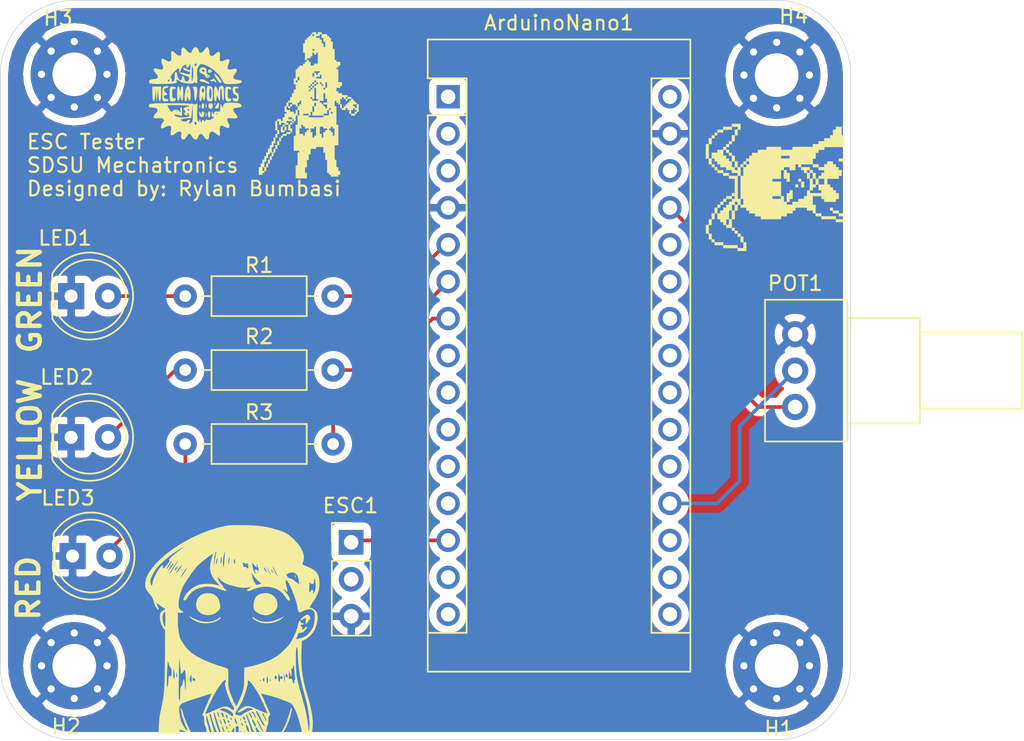
<source format=kicad_pcb>
(kicad_pcb (version 20171130) (host pcbnew "(5.1.10)-1")
  (title_block (title "ESC Tester") (company "SDSU Mechatronics"))
  (layers (0 F.Cu signal) (31 B.Cu signal) (34 B.Paste user) (35 F.Paste user) (36 B.SilkS user) (37 F.SilkS user) (38 B.Mask user) (39 F.Mask user) (44 Edge.Cuts user))
  (net 0 "")
  (net 1 GND)
  (net 2 "Net-(LED1-Pad2)")
  (net 3 "Net-(LED2-Pad2)")
  (net 4 "Net-(LED3-Pad2)")
  (net 5 /A0)
  (net 6 /5V)
  (net 7 /D2)
  (net 8 /D3)
  (net 9 /D4)
  (net 10 "/D10(PWM)")
  (module Jpeg:logo6'' (layer F.Cu) (at 125.3236 83.4136)
    (fp_text reference G*** hide)
    (fp_text value LOGO hide)
  )
  (module Jpeg:logo5 (layer F.Cu) (at 117.5512 82.55)
    (fp_text reference G*** hide)
    (fp_text value LOGO hide)
  )
  (module Jpeg:logo2 (layer F.Cu) (at 157.3784 89.0524 90)
    (fp_text reference G*** hide)
    (fp_text value LOGO hide)
  )
  (module Jpeg:Rylan_logo2 (layer F.Cu) (at 120.65 118.364)
    (fp_text reference G*** hide)
    (fp_text value LOGO hide)
  )
  (module MountingHole:MountingHole_3mm_Pad_Via (layer F.Cu) (at 157.48 81.337)
    (fp_text reference H4 (at 1.1684 -4.0702) (layer F.SilkS))
    (fp_text value MountingHole_Pad)
    (pad 1 thru_hole circle (at 1.59099 -1.59099) (size 0.8 0.8) (drill 0.5) (layers *.Cu *.Mask) (net 1 GND))
    (pad 1 thru_hole circle (at 0 -2.25) (size 0.8 0.8) (drill 0.5) (layers *.Cu *.Mask) (net 1 GND))
    (pad 1 thru_hole circle (at -1.59099 -1.59099) (size 0.8 0.8) (drill 0.5) (layers *.Cu *.Mask) (net 1 GND))
    (pad 1 thru_hole circle (at -2.25 0) (size 0.8 0.8) (drill 0.5) (layers *.Cu *.Mask) (net 1 GND))
    (pad 1 thru_hole circle (at -1.59099 1.59099) (size 0.8 0.8) (drill 0.5) (layers *.Cu *.Mask) (net 1 GND))
    (pad 1 thru_hole circle (at 0 2.25) (size 0.8 0.8) (drill 0.5) (layers *.Cu *.Mask) (net 1 GND))
    (pad 1 thru_hole circle (at 1.59099 1.59099) (size 0.8 0.8) (drill 0.5) (layers *.Cu *.Mask) (net 1 GND))
    (pad 1 thru_hole circle (at 2.25 0) (size 0.8 0.8) (drill 0.5) (layers *.Cu *.Mask) (net 1 GND))
    (pad 1 thru_hole circle (at 0 0) (size 6 6) (drill 3) (layers *.Cu *.Mask) (net 1 GND))
  )
  (module MountingHole:MountingHole_3mm_Pad_Via (layer F.Cu) (at 109.22 81.28)
    (fp_text reference H3 (at -1.1176 -3.8608) (layer F.SilkS))
    (fp_text value MountingHole_Pad)
    (pad 1 thru_hole circle (at 1.59099 -1.59099) (size 0.8 0.8) (drill 0.5) (layers *.Cu *.Mask) (net 1 GND))
    (pad 1 thru_hole circle (at 0 -2.25) (size 0.8 0.8) (drill 0.5) (layers *.Cu *.Mask) (net 1 GND))
    (pad 1 thru_hole circle (at -1.59099 -1.59099) (size 0.8 0.8) (drill 0.5) (layers *.Cu *.Mask) (net 1 GND))
    (pad 1 thru_hole circle (at -2.25 0) (size 0.8 0.8) (drill 0.5) (layers *.Cu *.Mask) (net 1 GND))
    (pad 1 thru_hole circle (at -1.59099 1.59099) (size 0.8 0.8) (drill 0.5) (layers *.Cu *.Mask) (net 1 GND))
    (pad 1 thru_hole circle (at 0 2.25) (size 0.8 0.8) (drill 0.5) (layers *.Cu *.Mask) (net 1 GND))
    (pad 1 thru_hole circle (at 1.59099 1.59099) (size 0.8 0.8) (drill 0.5) (layers *.Cu *.Mask) (net 1 GND))
    (pad 1 thru_hole circle (at 2.25 0) (size 0.8 0.8) (drill 0.5) (layers *.Cu *.Mask) (net 1 GND))
    (pad 1 thru_hole circle (at 0 0) (size 6 6) (drill 3) (layers *.Cu *.Mask) (net 1 GND))
  )
  (module MountingHole:MountingHole_3mm_Pad_Via (layer F.Cu) (at 109.22 121.92)
    (fp_text reference H2 (at -0.5588 4.1656) (layer F.SilkS))
    (fp_text value MountingHole_Pad)
    (pad 1 thru_hole circle (at 1.59099 -1.59099) (size 0.8 0.8) (drill 0.5) (layers *.Cu *.Mask) (net 1 GND))
    (pad 1 thru_hole circle (at 0 -2.25) (size 0.8 0.8) (drill 0.5) (layers *.Cu *.Mask) (net 1 GND))
    (pad 1 thru_hole circle (at -1.59099 -1.59099) (size 0.8 0.8) (drill 0.5) (layers *.Cu *.Mask) (net 1 GND))
    (pad 1 thru_hole circle (at -2.25 0) (size 0.8 0.8) (drill 0.5) (layers *.Cu *.Mask) (net 1 GND))
    (pad 1 thru_hole circle (at -1.59099 1.59099) (size 0.8 0.8) (drill 0.5) (layers *.Cu *.Mask) (net 1 GND))
    (pad 1 thru_hole circle (at 0 2.25) (size 0.8 0.8) (drill 0.5) (layers *.Cu *.Mask) (net 1 GND))
    (pad 1 thru_hole circle (at 1.59099 1.59099) (size 0.8 0.8) (drill 0.5) (layers *.Cu *.Mask) (net 1 GND))
    (pad 1 thru_hole circle (at 2.25 0) (size 0.8 0.8) (drill 0.5) (layers *.Cu *.Mask) (net 1 GND))
    (pad 1 thru_hole circle (at 0 0) (size 6 6) (drill 3) (layers *.Cu *.Mask) (net 1 GND))
  )
  (module MountingHole:MountingHole_3mm_Pad_Via (layer F.Cu) (at 157.48 121.92)
    (fp_text reference H1 (at 0.1524 4.318) (layer F.SilkS))
    (fp_text value MountingHole_Pad)
    (pad 1 thru_hole circle (at 1.59099 -1.59099) (size 0.8 0.8) (drill 0.5) (layers *.Cu *.Mask) (net 1 GND))
    (pad 1 thru_hole circle (at 0 -2.25) (size 0.8 0.8) (drill 0.5) (layers *.Cu *.Mask) (net 1 GND))
    (pad 1 thru_hole circle (at -1.59099 -1.59099) (size 0.8 0.8) (drill 0.5) (layers *.Cu *.Mask) (net 1 GND))
    (pad 1 thru_hole circle (at -2.25 0) (size 0.8 0.8) (drill 0.5) (layers *.Cu *.Mask) (net 1 GND))
    (pad 1 thru_hole circle (at -1.59099 1.59099) (size 0.8 0.8) (drill 0.5) (layers *.Cu *.Mask) (net 1 GND))
    (pad 1 thru_hole circle (at 0 2.25) (size 0.8 0.8) (drill 0.5) (layers *.Cu *.Mask) (net 1 GND))
    (pad 1 thru_hole circle (at 1.59099 1.59099) (size 0.8 0.8) (drill 0.5) (layers *.Cu *.Mask) (net 1 GND))
    (pad 1 thru_hole circle (at 2.25 0) (size 0.8 0.8) (drill 0.5) (layers *.Cu *.Mask) (net 1 GND))
    (pad 1 thru_hole circle (at 0 0) (size 6 6) (drill 3) (layers *.Cu *.Mask) (net 1 GND))
  )
  (module Resistor_THT:R_Axial_DIN0207_L6.3mm_D2.5mm_P10.16mm_Horizontal (layer F.Cu) (at 127 106.68 180)
    (fp_text reference R3 (at 5.08 2.18) (layer F.SilkS))
    (fp_text value "200 Ω")
    (pad 2 thru_hole oval (at 10.16 0 180) (size 1.6 1.6) (drill 0.8) (layers *.Cu *.Mask) (net 4 "Net-(LED3-Pad2)"))
    (pad 1 thru_hole circle (at 0 0 180) (size 1.6 1.6) (drill 0.8) (layers *.Cu *.Mask) (net 9 /D4))
  )
  (module Resistor_THT:R_Axial_DIN0207_L6.3mm_D2.5mm_P10.16mm_Horizontal (layer F.Cu) (at 127 101.6 180)
    (fp_text reference R2 (at 5.08 2.3) (layer F.SilkS))
    (fp_text value "200 Ω")
    (pad 2 thru_hole oval (at 10.16 0 180) (size 1.6 1.6) (drill 0.8) (layers *.Cu *.Mask) (net 3 "Net-(LED2-Pad2)"))
    (pad 1 thru_hole circle (at 0 0 180) (size 1.6 1.6) (drill 0.8) (layers *.Cu *.Mask) (net 8 /D3))
  )
  (module Resistor_THT:R_Axial_DIN0207_L6.3mm_D2.5mm_P10.16mm_Horizontal (layer F.Cu) (at 127 96.52 180)
    (fp_text reference R1 (at 5.08 2.12) (layer F.SilkS))
    (fp_text value "200 Ω")
    (pad 2 thru_hole oval (at 10.16 0 180) (size 1.6 1.6) (drill 0.8) (layers *.Cu *.Mask) (net 2 "Net-(LED1-Pad2)"))
    (pad 1 thru_hole circle (at 0 0 180) (size 1.6 1.6) (drill 0.8) (layers *.Cu *.Mask) (net 7 /D2))
  )
  (module LED_THT:LED_D5.0mm (layer F.Cu) (at 109.1 114.38)
    (fp_text reference LED3 (at -0.315 -3.989 180) (layer F.SilkS))
    (fp_text value RED)
    (pad 2 thru_hole circle (at 2.54 0) (size 1.8 1.8) (drill 0.9) (layers *.Cu *.Mask) (net 4 "Net-(LED3-Pad2)"))
    (pad 1 thru_hole rect (at 0 0) (size 1.8 1.8) (drill 0.9) (layers *.Cu *.Mask) (net 1 GND))
  )
  (module LED_THT:LED_D5.0mm (layer F.Cu) (at 109 106.22)
    (fp_text reference LED2 (at -0.288 -4.1374 180) (layer F.SilkS))
    (fp_text value YELLOW)
    (pad 2 thru_hole circle (at 2.54 0) (size 1.8 1.8) (drill 0.9) (layers *.Cu *.Mask) (net 3 "Net-(LED2-Pad2)"))
    (pad 1 thru_hole rect (at 0 0) (size 1.8 1.8) (drill 0.9) (layers *.Cu *.Mask) (net 1 GND))
  )
  (module LED_THT:LED_D5.0mm (layer F.Cu) (at 109 96.52)
    (fp_text reference LED1 (at -0.415 -3.9878 180) (layer F.SilkS))
    (fp_text value GREEN)
    (pad 2 thru_hole circle (at 2.54 0) (size 1.8 1.8) (drill 0.9) (layers *.Cu *.Mask) (net 2 "Net-(LED1-Pad2)"))
    (pad 1 thru_hole rect (at 0 0) (size 1.8 1.8) (drill 0.9) (layers *.Cu *.Mask) (net 1 GND))
  )
  (module Module:Arduino_Nano (layer F.Cu) (at 134.905001 82.825001)
    (fp_text reference ArduinoNano1 (at 7.62 -5.08) (layer F.SilkS))
    (fp_text value Arduino_Nano_v3.x)
    (pad 16 thru_hole oval (at 15.24 35.56) (size 1.6 1.6) (drill 1) (layers *.Cu *.Mask))
    (pad 15 thru_hole oval (at 0 35.56) (size 1.6 1.6) (drill 1) (layers *.Cu *.Mask))
    (pad 30 thru_hole oval (at 15.24 0) (size 1.6 1.6) (drill 1) (layers *.Cu *.Mask))
    (pad 14 thru_hole oval (at 0 33.02) (size 1.6 1.6) (drill 1) (layers *.Cu *.Mask))
    (pad 29 thru_hole oval (at 15.24 2.54) (size 1.6 1.6) (drill 1) (layers *.Cu *.Mask) (net 1 GND))
    (pad 13 thru_hole oval (at 0 30.48) (size 1.6 1.6) (drill 1) (layers *.Cu *.Mask) (net 10 "/D10(PWM)"))
    (pad 28 thru_hole oval (at 15.24 5.08) (size 1.6 1.6) (drill 1) (layers *.Cu *.Mask))
    (pad 12 thru_hole oval (at 0 27.94) (size 1.6 1.6) (drill 1) (layers *.Cu *.Mask))
    (pad 27 thru_hole oval (at 15.24 7.62) (size 1.6 1.6) (drill 1) (layers *.Cu *.Mask) (net 6 /5V))
    (pad 11 thru_hole oval (at 0 25.4) (size 1.6 1.6) (drill 1) (layers *.Cu *.Mask))
    (pad 26 thru_hole oval (at 15.24 10.16) (size 1.6 1.6) (drill 1) (layers *.Cu *.Mask))
    (pad 10 thru_hole oval (at 0 22.86) (size 1.6 1.6) (drill 1) (layers *.Cu *.Mask))
    (pad 25 thru_hole oval (at 15.24 12.7) (size 1.6 1.6) (drill 1) (layers *.Cu *.Mask))
    (pad 9 thru_hole oval (at 0 20.32) (size 1.6 1.6) (drill 1) (layers *.Cu *.Mask))
    (pad 24 thru_hole oval (at 15.24 15.24) (size 1.6 1.6) (drill 1) (layers *.Cu *.Mask))
    (pad 8 thru_hole oval (at 0 17.78) (size 1.6 1.6) (drill 1) (layers *.Cu *.Mask))
    (pad 23 thru_hole oval (at 15.24 17.78) (size 1.6 1.6) (drill 1) (layers *.Cu *.Mask))
    (pad 7 thru_hole oval (at 0 15.24) (size 1.6 1.6) (drill 1) (layers *.Cu *.Mask) (net 9 /D4))
    (pad 22 thru_hole oval (at 15.24 20.32) (size 1.6 1.6) (drill 1) (layers *.Cu *.Mask))
    (pad 6 thru_hole oval (at 0 12.7) (size 1.6 1.6) (drill 1) (layers *.Cu *.Mask) (net 8 /D3))
    (pad 21 thru_hole oval (at 15.24 22.86) (size 1.6 1.6) (drill 1) (layers *.Cu *.Mask))
    (pad 5 thru_hole oval (at 0 10.16) (size 1.6 1.6) (drill 1) (layers *.Cu *.Mask) (net 7 /D2))
    (pad 20 thru_hole oval (at 15.24 25.4) (size 1.6 1.6) (drill 1) (layers *.Cu *.Mask))
    (pad 4 thru_hole oval (at 0 7.62) (size 1.6 1.6) (drill 1) (layers *.Cu *.Mask) (net 1 GND))
    (pad 19 thru_hole oval (at 15.24 27.94) (size 1.6 1.6) (drill 1) (layers *.Cu *.Mask) (net 5 /A0))
    (pad 3 thru_hole oval (at 0 5.08) (size 1.6 1.6) (drill 1) (layers *.Cu *.Mask))
    (pad 18 thru_hole oval (at 15.24 30.48) (size 1.6 1.6) (drill 1) (layers *.Cu *.Mask))
    (pad 2 thru_hole oval (at 0 2.54) (size 1.6 1.6) (drill 1) (layers *.Cu *.Mask))
    (pad 17 thru_hole oval (at 15.24 33.02) (size 1.6 1.6) (drill 1) (layers *.Cu *.Mask))
    (pad 1 thru_hole rect (at 0 0) (size 1.6 1.6) (drill 1) (layers *.Cu *.Mask))
  )
  (module Connector_PinHeader_2.54mm:PinHeader_1x03_P2.54mm_Vertical (layer F.Cu) (at 128.2446 113.4364)
    (fp_text reference ESC1 (at -0.0508 -2.5146 180) (layer F.SilkS))
    (fp_text value "Basic ESC")
    (pad 3 thru_hole oval (at 0 5.08) (size 1.7 1.7) (drill 1) (layers *.Cu *.Mask) (net 1 GND))
    (pad 2 thru_hole oval (at 0 2.54) (size 1.7 1.7) (drill 1) (layers *.Cu *.Mask))
    (pad 1 thru_hole rect (at 0 0) (size 1.7 1.7) (drill 1) (layers *.Cu *.Mask) (net 10 "/D10(PWM)"))
  )
  (module Potentiometer_THT:Potentiometer_Alps_RK09Y11_Single_Horizontal (layer F.Cu) (at 158.75 104.14)
    (fp_text reference POT1 (at 0 -8.5) (layer F.SilkS))
    (fp_text value "100 Ω")
    (pad 1 thru_hole circle (at 0 0) (size 1.8 1.8) (drill 1) (layers *.Cu *.Mask) (net 6 /5V))
    (pad 2 thru_hole circle (at 0 -2.5) (size 1.8 1.8) (drill 1) (layers *.Cu *.Mask) (net 5 /A0))
    (pad 3 thru_hole circle (at 0 -5) (size 1.8 1.8) (drill 1) (layers *.Cu *.Mask) (net 1 GND))
  )
  (gr_text "ESC Tester\nSDSU Mechatronics\nDesigned by: Rylan Bumbasi" (at 105.8672 87.5284) (layer F.SilkS) (effects (font (size 1 1)) (justify left)))
  (gr_arc (start 157.48 121.92) (end 157.48 127) (angle -90) (layer Edge.Cuts) (width 0.05))
  (gr_arc (start 109.22 121.92) (end 104.14 121.92) (angle -90) (layer Edge.Cuts) (width 0.05))
  (gr_arc (start 109.22 81.28) (end 109.22 76.2) (angle -90) (layer Edge.Cuts) (width 0.05))
  (gr_line (start 109.22 76.2) (end 157.48 76.2) (layer Edge.Cuts) (width 0.05))
  (gr_line (start 104.14 121.92) (end 104.14 81.28) (layer Edge.Cuts) (width 0.05))
  (gr_line (start 157.48 127) (end 109.22 127) (layer Edge.Cuts) (width 0.05))
  (gr_line (start 162.56 81.28) (end 162.56 121.92) (layer Edge.Cuts) (width 0.05))
  (gr_arc (start 157.48 81.28) (end 162.56 81.28) (angle -90) (layer Edge.Cuts) (width 0.05))
  (gr_text RED (at 106.0704 116.586 90) (layer F.SilkS) (effects (font (size 1.5 1.5) (thickness 0.3))))
  (gr_text YELLOW (at 106.172 106.4006 90) (layer F.SilkS) (effects (font (size 1.5 1.5) (thickness 0.3))))
  (gr_text GREEN (at 106.172 96.774 90) (layer F.SilkS) (effects (font (size 1.5 1.5) (thickness 0.3))))
  (segment (start 111.54 96.52) (end 116.84 96.52) (width 0.25) (layer F.Cu) (net 2))
  (segment (start 116.16 101.6) (end 116.84 101.6) (width 0.25) (layer F.Cu) (net 3))
  (segment (start 111.54 106.22) (end 116.16 101.6) (width 0.25) (layer F.Cu) (net 3))
  (segment (start 116.85 106.69) (end 116.84 106.68) (width 0.25) (layer F.Cu) (net 4))
  (segment (start 116.85 108.75) (end 116.85 106.69) (width 0.25) (layer F.Cu) (net 4))
  (segment (start 111.64 113.96) (end 116.85 108.75) (width 0.25) (layer F.Cu) (net 4))
  (segment (start 111.64 114.38) (end 111.64 113.96) (width 0.25) (layer F.Cu) (net 4))
  (segment (start 154.94 109.22) (end 153.394999 110.765001) (width 0.25) (layer B.Cu) (net 5))
  (segment (start 153.394999 110.765001) (end 150.145001 110.765001) (width 0.25) (layer B.Cu) (net 5))
  (segment (start 154.94 105.45) (end 154.94 109.22) (width 0.25) (layer B.Cu) (net 5))
  (segment (start 158.75 101.64) (end 154.94 105.45) (width 0.25) (layer B.Cu) (net 5))
  (segment (start 158.75 104.14) (end 156.21 104.14) (width 0.25) (layer F.Cu) (net 6))
  (segment (start 156.21 104.14) (end 154.94 102.87) (width 0.25) (layer F.Cu) (net 6))
  (segment (start 154.94 95.24) (end 150.145001 90.445001) (width 0.25) (layer F.Cu) (net 6))
  (segment (start 154.94 102.87) (end 154.94 95.24) (width 0.25) (layer F.Cu) (net 6))
  (segment (start 127.02 96.52) (end 127 96.52) (width 0.25) (layer F.Cu) (net 7))
  (segment (start 134.714999 92.985001) (end 134.905001 92.985001) (width 0.25) (layer F.Cu) (net 7))
  (segment (start 131.18 96.52) (end 134.714999 92.985001) (width 0.25) (layer F.Cu) (net 7))
  (segment (start 127 96.52) (end 131.18 96.52) (width 0.25) (layer F.Cu) (net 7))
  (segment (start 128.830002 101.6) (end 134.905001 95.525001) (width 0.25) (layer F.Cu) (net 8))
  (segment (start 127 101.6) (end 128.830002 101.6) (width 0.25) (layer F.Cu) (net 8))
  (segment (start 127 106.68) (end 127 104.9) (width 0.25) (layer F.Cu) (net 9))
  (segment (start 133.834999 98.065001) (end 134.905001 98.065001) (width 0.25) (layer F.Cu) (net 9))
  (segment (start 127 104.9) (end 133.834999 98.065001) (width 0.25) (layer F.Cu) (net 9))
  (segment (start 128.375999 113.305001) (end 128.2446 113.4364) (width 0.25) (layer F.Cu) (net 10))
  (segment (start 134.905001 113.305001) (end 128.375999 113.305001) (width 0.25) (layer F.Cu) (net 10))
  (zone (net 1) (net_name GND) (layer F.Cu) (connect_pads (clearance 0.508)) (min_thickness 0.254) (fill yes (arc_segments 32) (thermal_gap 0.508) (thermal_bridge_width 0.508))
    (polygon (pts (xy 162.56 127) (xy 104.14 127) (xy 104.14 76.2) (xy 162.56 76.2)))
  )
  (zone (net 1) (net_name GND) (layer B.Cu) (connect_pads (clearance 0.508)) (min_thickness 0.254) (fill yes (arc_segments 32) (thermal_gap 0.508) (thermal_bridge_width 0.508))
    (polygon (pts (xy 162.56 127) (xy 104.14 127) (xy 104.14 76.2) (xy 162.56 76.2)))
  )
)
</source>
